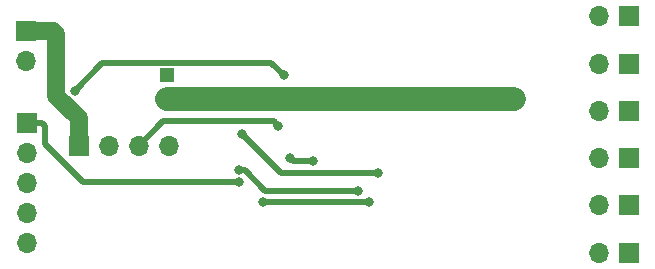
<source format=gbr>
%TF.GenerationSoftware,KiCad,Pcbnew,7.0.9*%
%TF.CreationDate,2023-12-22T17:01:32-08:00*%
%TF.ProjectId,Blinker5,426c696e-6b65-4723-952e-6b696361645f,n/c*%
%TF.SameCoordinates,Original*%
%TF.FileFunction,Copper,L2,Bot*%
%TF.FilePolarity,Positive*%
%FSLAX46Y46*%
G04 Gerber Fmt 4.6, Leading zero omitted, Abs format (unit mm)*
G04 Created by KiCad (PCBNEW 7.0.9) date 2023-12-22 17:01:32*
%MOMM*%
%LPD*%
G01*
G04 APERTURE LIST*
%TA.AperFunction,ComponentPad*%
%ADD10R,1.700000X1.700000*%
%TD*%
%TA.AperFunction,ComponentPad*%
%ADD11O,1.700000X1.700000*%
%TD*%
%TA.AperFunction,ComponentPad*%
%ADD12R,1.200000X1.200000*%
%TD*%
%TA.AperFunction,ComponentPad*%
%ADD13C,1.200000*%
%TD*%
%TA.AperFunction,ViaPad*%
%ADD14C,0.800000*%
%TD*%
%TA.AperFunction,Conductor*%
%ADD15C,0.500000*%
%TD*%
%TA.AperFunction,Conductor*%
%ADD16C,1.000000*%
%TD*%
%TA.AperFunction,Conductor*%
%ADD17C,2.000000*%
%TD*%
%TA.AperFunction,Conductor*%
%ADD18C,1.500000*%
%TD*%
G04 APERTURE END LIST*
D10*
%TO.P,J9,1,Pin_1*%
%TO.N,+12V*%
X113380000Y-73000000D03*
D11*
%TO.P,J9,2,Pin_2*%
%TO.N,GND*%
X115920000Y-73000000D03*
%TO.P,J9,3,Pin_3*%
%TO.N,TX*%
X118460000Y-73000000D03*
%TO.P,J9,4,Pin_4*%
%TO.N,RX*%
X121000000Y-73000000D03*
%TD*%
D10*
%TO.P,J8,1,Pin_1*%
%TO.N,VPP*%
X109000000Y-71000000D03*
D11*
%TO.P,J8,2,Pin_2*%
%TO.N,+5V*%
X109000000Y-73540000D03*
%TO.P,J8,3,Pin_3*%
%TO.N,GND*%
X109000000Y-76080000D03*
%TO.P,J8,4,Pin_4*%
%TO.N,PGD*%
X109000000Y-78620000D03*
%TO.P,J8,5,Pin_5*%
%TO.N,PGC*%
X109000000Y-81160000D03*
%TD*%
D10*
%TO.P,J7,1,Pin_1*%
%TO.N,+12V*%
X160000000Y-82000000D03*
D11*
%TO.P,J7,2,Pin_2*%
%TO.N,Net-(J7-Pin_2)*%
X157460000Y-82000000D03*
%TD*%
D10*
%TO.P,J6,1,Pin_1*%
%TO.N,+12V*%
X160000000Y-78000000D03*
D11*
%TO.P,J6,2,Pin_2*%
%TO.N,Net-(J6-Pin_2)*%
X157460000Y-78000000D03*
%TD*%
D10*
%TO.P,J5,1,Pin_1*%
%TO.N,+12V*%
X160000000Y-74000000D03*
D11*
%TO.P,J5,2,Pin_2*%
%TO.N,Net-(J5-Pin_2)*%
X157460000Y-74000000D03*
%TD*%
D10*
%TO.P,J4,1,Pin_1*%
%TO.N,+12V*%
X160000000Y-70000000D03*
D11*
%TO.P,J4,2,Pin_2*%
%TO.N,Net-(J4-Pin_2)*%
X157460000Y-70000000D03*
%TD*%
D10*
%TO.P,J3,1,Pin_1*%
%TO.N,+12V*%
X160000000Y-66000000D03*
D11*
%TO.P,J3,2,Pin_2*%
%TO.N,Net-(J3-Pin_2)*%
X157460000Y-66000000D03*
%TD*%
%TO.P,J2,2,Pin_2*%
%TO.N,Net-(J2-Pin_2)*%
X157460000Y-62000000D03*
D10*
%TO.P,J2,1,Pin_1*%
%TO.N,+12V*%
X160000000Y-62000000D03*
%TD*%
%TO.P,J1,1,Pin_1*%
%TO.N,+12V*%
X108900000Y-63225000D03*
D11*
%TO.P,J1,2,Pin_2*%
%TO.N,GND*%
X108900000Y-65765000D03*
%TD*%
D12*
%TO.P,C2,1*%
%TO.N,Net-(D1-K)*%
X120900000Y-67000000D03*
D13*
%TO.P,C2,2*%
%TO.N,GND*%
X120900000Y-69000000D03*
%TD*%
D14*
%TO.N,GND*%
X150500000Y-68750000D03*
%TO.N,+5V*%
X113041618Y-68311719D03*
X130750000Y-67000000D03*
%TO.N,Net-(D2-K)*%
X133250000Y-74250000D03*
X131250000Y-74000000D03*
%TO.N,VPP*%
X127000063Y-76007657D03*
%TO.N,TX*%
X130250000Y-71250000D03*
%TO.N,Net-(U1-TOCKI{slash}CMP2{slash}RA4)*%
X137000000Y-76750000D03*
X126991812Y-75008188D03*
%TO.N,Net-(U1-CMP1{slash}AN3{slash}RA3)*%
X138000000Y-77750000D03*
X129000000Y-77750000D03*
%TO.N,Net-(U1-Vref{slash}AN2{slash}RA2)*%
X138750000Y-75250000D03*
X127250000Y-72000000D03*
%TD*%
D15*
%TO.N,+5V*%
X130750000Y-67000000D02*
X129700000Y-65950000D01*
X129700000Y-65950000D02*
X115403337Y-65950000D01*
X115403337Y-65950000D02*
X113041618Y-68311719D01*
%TO.N,TX*%
X129900000Y-70900000D02*
X120560000Y-70900000D01*
D16*
%TO.N,GND*%
X150250000Y-69000000D02*
X150500000Y-68750000D01*
D15*
%TO.N,TX*%
X120560000Y-70900000D02*
X118460000Y-73000000D01*
X130250000Y-71250000D02*
X129900000Y-70900000D01*
D17*
%TO.N,GND*%
X120900000Y-69000000D02*
X150250000Y-69000000D01*
D18*
%TO.N,+12V*%
X113380000Y-73000000D02*
X113380000Y-70630000D01*
D15*
%TO.N,VPP*%
X110550000Y-72770000D02*
X110550000Y-71247056D01*
D18*
%TO.N,+12V*%
X111500000Y-68750000D02*
X111500000Y-63500000D01*
X111500000Y-63500000D02*
X111225000Y-63225000D01*
D15*
%TO.N,VPP*%
X113787657Y-76007657D02*
X110550000Y-72770000D01*
X110550000Y-71247056D02*
X110302944Y-71000000D01*
X110302944Y-71000000D02*
X109000000Y-71000000D01*
X127000063Y-76007657D02*
X113787657Y-76007657D01*
D18*
%TO.N,+12V*%
X113380000Y-70630000D02*
X111500000Y-68750000D01*
X111225000Y-63225000D02*
X108900000Y-63225000D01*
D15*
%TO.N,Net-(D2-K)*%
X133250000Y-74250000D02*
X131500000Y-74250000D01*
X131500000Y-74250000D02*
X131250000Y-74000000D01*
%TO.N,Net-(U1-TOCKI{slash}CMP2{slash}RA4)*%
X127460270Y-75008188D02*
X129202082Y-76750000D01*
X129202082Y-76750000D02*
X137000000Y-76750000D01*
X126991812Y-75008188D02*
X127460270Y-75008188D01*
%TO.N,Net-(U1-CMP1{slash}AN3{slash}RA3)*%
X129000000Y-77750000D02*
X138000000Y-77750000D01*
%TO.N,Net-(U1-Vref{slash}AN2{slash}RA2)*%
X130500000Y-75250000D02*
X138750000Y-75250000D01*
X127250000Y-72000000D02*
X130500000Y-75250000D01*
%TD*%
M02*

</source>
